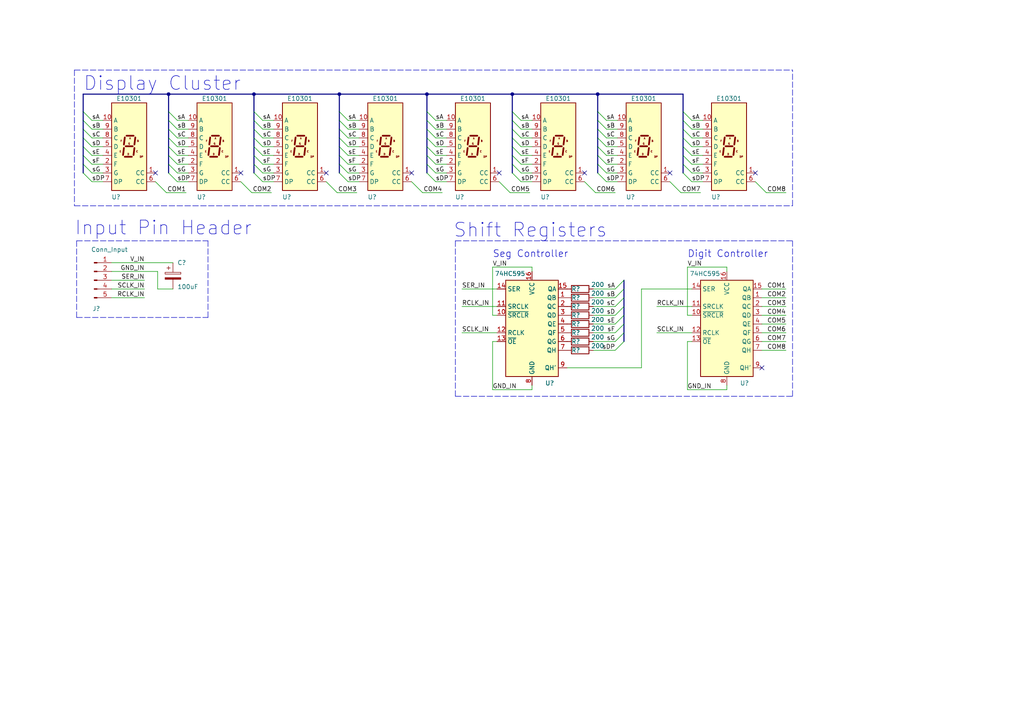
<source format=kicad_sch>
(kicad_sch (version 20211123) (generator eeschema)
  (paper "A4")
  (lib_symbols
    (symbol "74xx:74HC595"
      (property "Reference" "U" (at -7.62 13.97 0))
      (property "Value" "74HC595" (at -7.62 -16.51 0))
      (symbol "74HC595_1_0"
        (pin tri_state line (at 10.16 7.62 180) (length 2.54) (name "QB") (number "1"))
        (pin input line (at -10.16 2.54 0) (length 2.54) (name "~{SRCLR}") (number "10"))
        (pin input line (at -10.16 5.08 0) (length 2.54) (name "SRCLK") (number "11"))
        (pin input line (at -10.16 -2.54 0) (length 2.54) (name "RCLK") (number "12"))
        (pin input line (at -10.16 -5.08 0) (length 2.54) (name "~{OE}") (number "13"))
        (pin input line (at -10.16 10.16 0) (length 2.54) (name "SER") (number "14"))
        (pin tri_state line (at 10.16 10.16 180) (length 2.54) (name "QA") (number "15"))
        (pin power_in line (at 0 15.24 270) (length 2.54) (name "VCC") (number "16"))
        (pin tri_state line (at 10.16 5.08 180) (length 2.54) (name "QC") (number "2"))
        (pin tri_state line (at 10.16 2.54 180) (length 2.54) (name "QD") (number "3"))
        (pin tri_state line (at 10.16 0 180) (length 2.54) (name "QE") (number "4"))
        (pin tri_state line (at 10.16 -2.54 180) (length 2.54) (name "QF") (number "5"))
        (pin tri_state line (at 10.16 -5.08 180) (length 2.54) (name "QG") (number "6"))
        (pin tri_state line (at 10.16 -7.62 180) (length 2.54) (name "QH") (number "7"))
        (pin power_in line (at 0 -17.78 90) (length 2.54) (name "GND") (number "8"))
        (pin output line (at 10.16 -12.7 180) (length 2.54) (name "QH'") (number "9"))
      )
      (symbol "74HC595_1_1"
        (rectangle (start -7.62 12.7) (end 7.62 -15.24) (stroke (width 0.254)) (fill (type background)))
      )
    )
    (symbol "Connector:Conn_01x05_Male" (pin_names (offset 1.016) hide)
      (property "Reference" "J" (at 0 7.62 0))
      (property "Value" "Conn_01x05_Male" (at 0 -7.62 0))
      (symbol "Conn_01x05_Male_1_1"
        (polyline (pts (xy 1.27 -5.08) (xy 0.8636 -5.08)) (stroke (width 0.1524)))
        (polyline (pts (xy 1.27 -2.54) (xy 0.8636 -2.54)) (stroke (width 0.1524)))
        (polyline (pts (xy 1.27 0) (xy 0.8636 0)) (stroke (width 0.1524)))
        (polyline (pts (xy 1.27 2.54) (xy 0.8636 2.54)) (stroke (width 0.1524)))
        (polyline (pts (xy 1.27 5.08) (xy 0.8636 5.08)) (stroke (width 0.1524)))
        (rectangle (start 0.8636 -4.953) (end 0 -5.207) (stroke (width 0.1524)) (fill (type outline)))
        (rectangle (start 0.8636 -2.413) (end 0 -2.667) (stroke (width 0.1524)) (fill (type outline)))
        (rectangle (start 0.8636 0.127) (end 0 -0.127) (stroke (width 0.1524)) (fill (type outline)))
        (rectangle (start 0.8636 2.667) (end 0 2.413) (stroke (width 0.1524)) (fill (type outline)))
        (rectangle (start 0.8636 5.207) (end 0 4.953) (stroke (width 0.1524)) (fill (type outline)))
        (pin passive line (at 5.08 5.08 180) (length 3.81) (name "Pin_1") (number "1"))
        (pin passive line (at 5.08 2.54 180) (length 3.81) (name "Pin_2") (number "2"))
        (pin passive line (at 5.08 0 180) (length 3.81) (name "Pin_3") (number "3"))
        (pin passive line (at 5.08 -2.54 180) (length 3.81) (name "Pin_4") (number "4"))
        (pin passive line (at 5.08 -5.08 180) (length 3.81) (name "Pin_5") (number "5"))
      )
    )
    (symbol "Device:C_Polarized" (pin_numbers hide) (pin_names (offset 0.254))
      (property "Reference" "C" (at 0.635 2.54 0))
      (property "Value" "C_Polarized" (at 0.635 -2.54 0))
      (symbol "C_Polarized_0_1"
        (rectangle (start -2.286 0.508) (end 2.286 1.016))
        (polyline (pts (xy -1.778 2.286) (xy -0.762 2.286)))
        (polyline (pts (xy -1.27 2.794) (xy -1.27 1.778)))
        (rectangle (start 2.286 -0.508) (end -2.286 -1.016) (fill (type outline)))
      )
      (symbol "C_Polarized_1_1"
        (pin passive line (at 0 3.81 270) (length 2.794) (name "~") (number "1"))
        (pin passive line (at 0 -3.81 90) (length 2.794) (name "~") (number "2"))
      )
    )
    (symbol "Device:R" (pin_numbers hide) (pin_names (offset 0))
      (property "Reference" "R" (at 2.032 0 90))
      (property "Value" "R" (at 0 0 90))
      (symbol "R_0_1"
        (rectangle (start -1.016 -2.54) (end 1.016 2.54) (stroke (width 0.254)))
      )
      (symbol "R_1_1"
        (pin passive line (at 0 3.81 270) (length 1.27) (name "~") (number "1"))
        (pin passive line (at 0 -3.81 90) (length 1.27) (name "~") (number "2"))
      )
    )
    (symbol "Lib_Custom:E10301"
      (property "Reference" "U" (at -3.81 13.97 0))
      (property "Value" "E10301" (at 6.35 13.97 0))
      (symbol "E10301_1_0"
        (text "A" (at 0.254 2.413 0) (effects (font (size 0.508 0.508))))
        (text "B" (at 2.54 1.651 0) (effects (font (size 0.508 0.508))))
        (text "C" (at 2.286 -1.397 0) (effects (font (size 0.508 0.508))))
        (text "D" (at -0.254 -2.159 0) (effects (font (size 0.508 0.508))))
        (text "DP" (at 3.556 -2.921 0) (effects (font (size 0.508 0.508))))
        (text "E" (at -2.54 -1.397 0) (effects (font (size 0.508 0.508))))
        (text "F" (at -2.286 1.651 0) (effects (font (size 0.508 0.508))))
        (text "G" (at 0 0.889 0) (effects (font (size 0.508 0.508))))
      )
      (symbol "E10301_1_1"
        (rectangle (start -5.08 12.7) (end 5.08 -12.7) (stroke (width 0.254)) (fill (type background)))
        (polyline (pts (xy -1.524 -0.381) (xy -1.778 -2.413)) (stroke (width 0.508)))
        (polyline (pts (xy -1.27 -2.921) (xy 0.762 -2.921)) (stroke (width 0.508)))
        (polyline (pts (xy -1.27 2.667) (xy -1.524 0.635)) (stroke (width 0.508)))
        (polyline (pts (xy -1.016 0.127) (xy 1.016 0.127)) (stroke (width 0.508)))
        (polyline (pts (xy -0.762 3.175) (xy 1.27 3.175)) (stroke (width 0.508)))
        (polyline (pts (xy 1.524 -0.381) (xy 1.27 -2.413)) (stroke (width 0.508)))
        (polyline (pts (xy 1.778 2.667) (xy 1.524 0.635)) (stroke (width 0.508)))
        (polyline (pts (xy 2.54 -2.921) (xy 2.54 -2.921)) (stroke (width 0.508)))
        (pin input line (at 7.62 -7.62 180) (length 2.54) (name "CC") (number "1"))
        (pin input line (at -7.62 7.62 0) (length 2.54) (name "A") (number "10"))
        (pin input line (at -7.62 -5.08 0) (length 2.54) (name "F") (number "2"))
        (pin input line (at -7.62 -7.62 0) (length 2.54) (name "G") (number "3"))
        (pin input line (at -7.62 -2.54 0) (length 2.54) (name "E") (number "4"))
        (pin input line (at -7.62 0 0) (length 2.54) (name "D") (number "5"))
        (pin input line (at 7.62 -10.16 180) (length 2.54) (name "CC") (number "6"))
        (pin input line (at -7.62 -10.16 0) (length 2.54) (name "DP") (number "7"))
        (pin input line (at -7.62 2.54 0) (length 2.54) (name "C") (number "8"))
        (pin input line (at -7.62 5.08 0) (length 2.54) (name "B") (number "9"))
      )
    )
  )
  (junction (at 148.59 27.305))
  (junction (at 73.66 27.305))
  (junction (at 173.355 27.305))
  (junction (at 48.895 27.305))
  (junction (at 98.425 27.305))
  (junction (at 123.825 27.305))
  (no_connect (at 194.31 50.165))
  (no_connect (at 220.98 106.68))
  (no_connect (at 144.78 50.165))
  (no_connect (at 45.085 50.165))
  (no_connect (at 69.85 50.165))
  (no_connect (at 119.38 50.165))
  (no_connect (at 219.075 50.165))
  (no_connect (at 169.545 50.165))
  (no_connect (at 94.615 50.165))
  (bus_entry (at 100.965 50.165) (size -2.54 -2.54))
  (bus_entry (at 51.435 40.005) (size -2.54 -2.54))
  (bus_entry (at 175.895 45.085) (size -2.54 -2.54))
  (bus_entry (at 200.66 47.625) (size -2.54 -2.54))
  (bus_entry (at 126.365 42.545) (size -2.54 -2.54))
  (bus_entry (at 26.67 40.005) (size -2.54 -2.54))
  (bus_entry (at 175.895 50.165) (size -2.54 -2.54))
  (bus_entry (at 76.2 40.005) (size -2.54 -2.54))
  (bus_entry (at 175.895 42.545) (size -2.54 -2.54))
  (bus_entry (at 175.895 52.705) (size -2.54 -2.54))
  (bus_entry (at 178.435 88.9) (size 2.54 -2.54))
  (bus_entry (at 126.365 40.005) (size -2.54 -2.54))
  (bus_entry (at 26.67 52.705) (size -2.54 -2.54))
  (bus_entry (at 51.435 50.165) (size -2.54 -2.54))
  (bus_entry (at 200.66 40.005) (size -2.54 -2.54))
  (bus_entry (at 100.965 37.465) (size -2.54 -2.54))
  (bus_entry (at 51.435 42.545) (size -2.54 -2.54))
  (bus_entry (at 100.965 45.085) (size -2.54 -2.54))
  (bus_entry (at 100.965 40.005) (size -2.54 -2.54))
  (bus_entry (at 151.13 42.545) (size -2.54 -2.54))
  (bus_entry (at 26.67 47.625) (size -2.54 -2.54))
  (bus_entry (at 178.435 101.6) (size 2.54 -2.54))
  (bus_entry (at 178.435 86.36) (size 2.54 -2.54))
  (bus_entry (at 126.365 50.165) (size -2.54 -2.54))
  (bus_entry (at 76.2 50.165) (size -2.54 -2.54))
  (bus_entry (at 76.2 37.465) (size -2.54 -2.54))
  (bus_entry (at 151.13 52.705) (size -2.54 -2.54))
  (bus_entry (at 51.435 34.925) (size -2.54 -2.54))
  (bus_entry (at 175.895 34.925) (size -2.54 -2.54))
  (bus_entry (at 26.67 34.925) (size -2.54 -2.54))
  (bus_entry (at 126.365 34.925) (size -2.54 -2.54))
  (bus_entry (at 200.66 50.165) (size -2.54 -2.54))
  (bus_entry (at 151.13 47.625) (size -2.54 -2.54))
  (bus_entry (at 76.2 42.545) (size -2.54 -2.54))
  (bus_entry (at 175.895 47.625) (size -2.54 -2.54))
  (bus_entry (at 178.435 96.52) (size 2.54 -2.54))
  (bus_entry (at 51.435 37.465) (size -2.54 -2.54))
  (bus_entry (at 175.895 40.005) (size -2.54 -2.54))
  (bus_entry (at 151.13 40.005) (size -2.54 -2.54))
  (bus_entry (at 200.66 52.705) (size -2.54 -2.54))
  (bus_entry (at 126.365 45.085) (size -2.54 -2.54))
  (bus_entry (at 76.2 45.085) (size -2.54 -2.54))
  (bus_entry (at 76.2 34.925) (size -2.54 -2.54))
  (bus_entry (at 126.365 47.625) (size -2.54 -2.54))
  (bus_entry (at 26.67 42.545) (size -2.54 -2.54))
  (bus_entry (at 200.66 37.465) (size -2.54 -2.54))
  (bus_entry (at 200.66 34.925) (size -2.54 -2.54))
  (bus_entry (at 200.66 42.545) (size -2.54 -2.54))
  (bus_entry (at 100.965 47.625) (size -2.54 -2.54))
  (bus_entry (at 76.2 47.625) (size -2.54 -2.54))
  (bus_entry (at 151.13 34.925) (size -2.54 -2.54))
  (bus_entry (at 51.435 52.705) (size -2.54 -2.54))
  (bus_entry (at 26.67 37.465) (size -2.54 -2.54))
  (bus_entry (at 26.67 50.165) (size -2.54 -2.54))
  (bus_entry (at 100.965 34.925) (size -2.54 -2.54))
  (bus_entry (at 51.435 47.625) (size -2.54 -2.54))
  (bus_entry (at 178.435 99.06) (size 2.54 -2.54))
  (bus_entry (at 126.365 37.465) (size -2.54 -2.54))
  (bus_entry (at 151.13 50.165) (size -2.54 -2.54))
  (bus_entry (at 76.2 52.705) (size -2.54 -2.54))
  (bus_entry (at 151.13 37.465) (size -2.54 -2.54))
  (bus_entry (at 178.435 93.98) (size 2.54 -2.54))
  (bus_entry (at 178.435 91.44) (size 2.54 -2.54))
  (bus_entry (at 178.435 83.82) (size 2.54 -2.54))
  (bus_entry (at 26.67 45.085) (size -2.54 -2.54))
  (bus_entry (at 100.965 42.545) (size -2.54 -2.54))
  (bus_entry (at 100.965 52.705) (size -2.54 -2.54))
  (bus_entry (at 51.435 45.085) (size -2.54 -2.54))
  (bus_entry (at 126.365 52.705) (size -2.54 -2.54))
  (bus_entry (at 151.13 45.085) (size -2.54 -2.54))
  (bus_entry (at 200.66 45.085) (size -2.54 -2.54))
  (bus_entry (at 175.895 37.465) (size -2.54 -2.54))
  (wire (pts (xy 94.615 52.705) (xy 97.79 55.88)))
  (bus (pts (xy 148.59 47.625) (xy 148.59 50.165)))
  (bus (pts (xy 180.975 96.52) (xy 180.975 99.06)))
  (wire (pts (xy 129.54 37.465) (xy 126.365 37.465)))
  (bus (pts (xy 123.825 27.305) (xy 148.59 27.305)))
  (wire (pts (xy 179.07 47.625) (xy 175.895 47.625)))
  (bus (pts (xy 98.425 47.625) (xy 98.425 50.165)))
  (wire (pts (xy 104.14 34.925) (xy 100.965 34.925)))
  (wire (pts (xy 29.845 40.005) (xy 26.67 40.005)))
  (bus (pts (xy 73.66 34.925) (xy 73.66 37.465)))
  (wire (pts (xy 179.07 50.165) (xy 175.895 50.165)))
  (wire (pts (xy 133.985 83.82) (xy 144.145 83.82)))
  (bus (pts (xy 198.12 32.385) (xy 198.12 34.925)))
  (wire (pts (xy 29.845 42.545) (xy 26.67 42.545)))
  (wire (pts (xy 210.82 77.47) (xy 210.82 78.74)))
  (wire (pts (xy 154.305 77.47) (xy 154.305 78.74)))
  (polyline (pts (xy 21.59 20.32) (xy 21.59 59.69)))
  (bus (pts (xy 123.825 32.385) (xy 123.825 34.925)))
  (bus (pts (xy 48.895 34.925) (xy 48.895 37.465)))
  (wire (pts (xy 54.61 37.465) (xy 51.435 37.465)))
  (wire (pts (xy 144.78 52.705) (xy 147.955 55.88)))
  (wire (pts (xy 179.07 45.085) (xy 175.895 45.085)))
  (bus (pts (xy 73.66 27.305) (xy 73.66 32.385)))
  (wire (pts (xy 154.305 42.545) (xy 151.13 42.545)))
  (wire (pts (xy 29.845 37.465) (xy 26.67 37.465)))
  (wire (pts (xy 200.66 99.06) (xy 199.39 99.06)))
  (bus (pts (xy 98.425 37.465) (xy 98.425 40.005)))
  (wire (pts (xy 203.835 42.545) (xy 200.66 42.545)))
  (bus (pts (xy 73.66 40.005) (xy 73.66 42.545)))
  (wire (pts (xy 154.305 50.165) (xy 151.13 50.165)))
  (wire (pts (xy 54.61 40.005) (xy 51.435 40.005)))
  (bus (pts (xy 198.12 34.925) (xy 198.12 37.465)))
  (bus (pts (xy 180.975 83.82) (xy 180.975 86.36)))
  (wire (pts (xy 210.82 77.47) (xy 199.39 77.47)))
  (wire (pts (xy 104.14 45.085) (xy 100.965 45.085)))
  (wire (pts (xy 142.875 77.47) (xy 142.875 91.44)))
  (wire (pts (xy 203.835 47.625) (xy 200.66 47.625)))
  (wire (pts (xy 172.72 55.88) (xy 178.435 55.88)))
  (wire (pts (xy 172.085 93.98) (xy 178.435 93.98)))
  (wire (pts (xy 29.845 45.085) (xy 26.67 45.085)))
  (bus (pts (xy 123.825 42.545) (xy 123.825 45.085)))
  (wire (pts (xy 172.085 99.06) (xy 178.435 99.06)))
  (bus (pts (xy 98.425 27.305) (xy 123.825 27.305)))
  (bus (pts (xy 148.59 27.305) (xy 148.59 32.385)))
  (wire (pts (xy 142.875 91.44) (xy 144.145 91.44)))
  (bus (pts (xy 148.59 45.085) (xy 148.59 47.625)))
  (bus (pts (xy 148.59 37.465) (xy 148.59 40.005)))
  (wire (pts (xy 220.98 83.82) (xy 227.965 83.82)))
  (wire (pts (xy 104.14 47.625) (xy 100.965 47.625)))
  (wire (pts (xy 220.98 93.98) (xy 227.965 93.98)))
  (bus (pts (xy 48.895 37.465) (xy 48.895 40.005)))
  (wire (pts (xy 45.72 78.74) (xy 45.72 83.82)))
  (bus (pts (xy 173.355 32.385) (xy 173.355 34.925)))
  (bus (pts (xy 73.66 47.625) (xy 73.66 50.165)))
  (wire (pts (xy 199.39 113.03) (xy 210.82 113.03)))
  (wire (pts (xy 32.385 78.74) (xy 45.72 78.74)))
  (bus (pts (xy 73.66 37.465) (xy 73.66 40.005)))
  (wire (pts (xy 142.875 113.03) (xy 154.305 113.03)))
  (wire (pts (xy 79.375 37.465) (xy 76.2 37.465)))
  (wire (pts (xy 179.07 34.925) (xy 175.895 34.925)))
  (bus (pts (xy 173.355 42.545) (xy 173.355 45.085)))
  (wire (pts (xy 190.5 88.9) (xy 200.66 88.9)))
  (wire (pts (xy 129.54 42.545) (xy 126.365 42.545)))
  (wire (pts (xy 199.39 77.47) (xy 199.39 91.44)))
  (wire (pts (xy 154.305 34.925) (xy 151.13 34.925)))
  (bus (pts (xy 148.59 42.545) (xy 148.59 45.085)))
  (wire (pts (xy 203.835 45.085) (xy 200.66 45.085)))
  (bus (pts (xy 123.825 37.465) (xy 123.825 40.005)))
  (bus (pts (xy 48.895 45.085) (xy 48.895 47.625)))
  (wire (pts (xy 186.055 106.68) (xy 164.465 106.68)))
  (wire (pts (xy 172.085 91.44) (xy 178.435 91.44)))
  (wire (pts (xy 172.085 96.52) (xy 178.435 96.52)))
  (wire (pts (xy 142.875 99.06) (xy 142.875 113.03)))
  (bus (pts (xy 98.425 40.005) (xy 98.425 42.545)))
  (wire (pts (xy 154.305 45.085) (xy 151.13 45.085)))
  (bus (pts (xy 24.13 27.305) (xy 48.895 27.305)))
  (wire (pts (xy 194.31 52.705) (xy 197.485 55.88)))
  (bus (pts (xy 173.355 45.085) (xy 173.355 47.625)))
  (bus (pts (xy 148.59 32.385) (xy 148.59 34.925)))
  (bus (pts (xy 98.425 34.925) (xy 98.425 37.465)))
  (wire (pts (xy 29.845 52.705) (xy 26.67 52.705)))
  (wire (pts (xy 203.835 52.705) (xy 200.66 52.705)))
  (wire (pts (xy 29.845 47.625) (xy 26.67 47.625)))
  (wire (pts (xy 54.61 52.705) (xy 51.435 52.705)))
  (bus (pts (xy 24.13 27.305) (xy 24.13 32.385)))
  (wire (pts (xy 79.375 52.705) (xy 76.2 52.705)))
  (bus (pts (xy 73.66 32.385) (xy 73.66 34.925)))
  (wire (pts (xy 119.38 52.705) (xy 122.555 55.88)))
  (wire (pts (xy 220.98 88.9) (xy 227.965 88.9)))
  (wire (pts (xy 32.385 81.28) (xy 41.91 81.28)))
  (wire (pts (xy 169.545 52.705) (xy 172.72 55.88)))
  (polyline (pts (xy 21.59 59.69) (xy 229.87 59.69)))
  (bus (pts (xy 48.895 47.625) (xy 48.895 50.165)))
  (polyline (pts (xy 21.59 20.32) (xy 229.87 20.32)))
  (wire (pts (xy 199.39 99.06) (xy 199.39 113.03)))
  (wire (pts (xy 129.54 50.165) (xy 126.365 50.165)))
  (wire (pts (xy 220.98 99.06) (xy 227.965 99.06)))
  (wire (pts (xy 104.14 37.465) (xy 100.965 37.465)))
  (bus (pts (xy 98.425 27.305) (xy 98.425 32.385)))
  (polyline (pts (xy 22.225 92.075) (xy 60.325 92.075)))
  (polyline (pts (xy 229.87 59.69) (xy 229.87 20.32)))
  (wire (pts (xy 154.305 40.005) (xy 151.13 40.005)))
  (bus (pts (xy 24.13 34.925) (xy 24.13 37.465)))
  (wire (pts (xy 54.61 42.545) (xy 51.435 42.545)))
  (wire (pts (xy 79.375 50.165) (xy 76.2 50.165)))
  (wire (pts (xy 220.98 96.52) (xy 227.965 96.52)))
  (wire (pts (xy 79.375 42.545) (xy 76.2 42.545)))
  (wire (pts (xy 79.375 34.925) (xy 76.2 34.925)))
  (bus (pts (xy 48.895 27.305) (xy 73.66 27.305)))
  (wire (pts (xy 104.14 42.545) (xy 100.965 42.545)))
  (bus (pts (xy 173.355 37.465) (xy 173.355 40.005)))
  (wire (pts (xy 203.835 40.005) (xy 200.66 40.005)))
  (wire (pts (xy 54.61 45.085) (xy 51.435 45.085)))
  (polyline (pts (xy 132.08 69.85) (xy 229.87 69.85)))
  (wire (pts (xy 220.98 86.36) (xy 227.965 86.36)))
  (wire (pts (xy 144.145 99.06) (xy 142.875 99.06)))
  (wire (pts (xy 203.835 50.165) (xy 200.66 50.165)))
  (wire (pts (xy 154.305 113.03) (xy 154.305 111.76)))
  (bus (pts (xy 48.895 27.305) (xy 48.895 32.385)))
  (wire (pts (xy 104.14 50.165) (xy 100.965 50.165)))
  (wire (pts (xy 54.61 47.625) (xy 51.435 47.625)))
  (bus (pts (xy 148.59 34.925) (xy 148.59 37.465)))
  (wire (pts (xy 172.085 83.82) (xy 178.435 83.82)))
  (bus (pts (xy 173.355 40.005) (xy 173.355 42.545)))
  (bus (pts (xy 24.13 32.385) (xy 24.13 34.925)))
  (wire (pts (xy 154.305 47.625) (xy 151.13 47.625)))
  (wire (pts (xy 154.305 37.465) (xy 151.13 37.465)))
  (bus (pts (xy 173.355 47.625) (xy 173.355 50.165)))
  (bus (pts (xy 123.825 45.085) (xy 123.825 47.625)))
  (wire (pts (xy 200.66 83.82) (xy 186.055 83.82)))
  (wire (pts (xy 129.54 34.925) (xy 126.365 34.925)))
  (wire (pts (xy 54.61 50.165) (xy 51.435 50.165)))
  (polyline (pts (xy 132.08 69.85) (xy 132.08 114.935)))
  (bus (pts (xy 24.13 45.085) (xy 24.13 47.625)))
  (wire (pts (xy 129.54 52.705) (xy 126.365 52.705)))
  (wire (pts (xy 79.375 45.085) (xy 76.2 45.085)))
  (wire (pts (xy 79.375 47.625) (xy 76.2 47.625)))
  (wire (pts (xy 220.98 91.44) (xy 227.965 91.44)))
  (bus (pts (xy 73.66 42.545) (xy 73.66 45.085)))
  (wire (pts (xy 172.085 88.9) (xy 178.435 88.9)))
  (bus (pts (xy 24.13 37.465) (xy 24.13 40.005)))
  (bus (pts (xy 198.12 47.625) (xy 198.12 50.165)))
  (bus (pts (xy 198.12 27.305) (xy 198.12 32.385)))
  (bus (pts (xy 180.975 86.36) (xy 180.975 88.9)))
  (bus (pts (xy 123.825 47.625) (xy 123.825 50.165)))
  (wire (pts (xy 69.85 52.705) (xy 73.025 55.88)))
  (wire (pts (xy 97.79 55.88) (xy 103.505 55.88)))
  (wire (pts (xy 186.055 83.82) (xy 186.055 106.68)))
  (wire (pts (xy 133.985 88.9) (xy 144.145 88.9)))
  (wire (pts (xy 104.14 52.705) (xy 100.965 52.705)))
  (bus (pts (xy 24.13 42.545) (xy 24.13 45.085)))
  (bus (pts (xy 180.975 91.44) (xy 180.975 93.98)))
  (bus (pts (xy 24.13 40.005) (xy 24.13 42.545)))
  (wire (pts (xy 45.085 52.705) (xy 48.26 55.88)))
  (bus (pts (xy 123.825 34.925) (xy 123.825 37.465)))
  (wire (pts (xy 179.07 52.705) (xy 175.895 52.705)))
  (wire (pts (xy 172.085 101.6) (xy 178.435 101.6)))
  (polyline (pts (xy 60.325 92.075) (xy 60.325 69.85)))
  (wire (pts (xy 197.485 55.88) (xy 203.2 55.88)))
  (wire (pts (xy 104.14 40.005) (xy 100.965 40.005)))
  (wire (pts (xy 190.5 96.52) (xy 200.66 96.52)))
  (wire (pts (xy 147.955 55.88) (xy 153.67 55.88)))
  (polyline (pts (xy 22.225 69.85) (xy 60.325 69.85)))
  (bus (pts (xy 73.66 45.085) (xy 73.66 47.625)))
  (polyline (pts (xy 132.08 114.935) (xy 229.87 114.935)))
  (bus (pts (xy 173.355 34.925) (xy 173.355 37.465)))
  (bus (pts (xy 48.895 42.545) (xy 48.895 45.085)))
  (wire (pts (xy 133.985 96.52) (xy 144.145 96.52)))
  (wire (pts (xy 179.07 42.545) (xy 175.895 42.545)))
  (wire (pts (xy 154.305 77.47) (xy 142.875 77.47)))
  (bus (pts (xy 24.13 47.625) (xy 24.13 50.165)))
  (bus (pts (xy 148.59 27.305) (xy 173.355 27.305)))
  (bus (pts (xy 180.975 93.98) (xy 180.975 96.52)))
  (wire (pts (xy 32.385 83.82) (xy 41.91 83.82)))
  (bus (pts (xy 98.425 32.385) (xy 98.425 34.925)))
  (bus (pts (xy 198.12 45.085) (xy 198.12 47.625)))
  (bus (pts (xy 180.975 81.28) (xy 180.975 83.82)))
  (bus (pts (xy 73.66 27.305) (xy 98.425 27.305)))
  (wire (pts (xy 222.25 55.88) (xy 227.965 55.88)))
  (bus (pts (xy 48.895 32.385) (xy 48.895 34.925)))
  (bus (pts (xy 148.59 40.005) (xy 148.59 42.545)))
  (bus (pts (xy 198.12 40.005) (xy 198.12 42.545)))
  (polyline (pts (xy 229.87 114.935) (xy 229.87 69.85)))
  (bus (pts (xy 173.355 27.305) (xy 173.355 32.385)))
  (wire (pts (xy 129.54 45.085) (xy 126.365 45.085)))
  (wire (pts (xy 122.555 55.88) (xy 128.27 55.88)))
  (wire (pts (xy 199.39 91.44) (xy 200.66 91.44)))
  (wire (pts (xy 73.025 55.88) (xy 78.74 55.88)))
  (wire (pts (xy 129.54 47.625) (xy 126.365 47.625)))
  (wire (pts (xy 45.72 83.82) (xy 50.165 83.82)))
  (bus (pts (xy 123.825 40.005) (xy 123.825 42.545)))
  (wire (pts (xy 210.82 113.03) (xy 210.82 111.76)))
  (wire (pts (xy 203.835 37.465) (xy 200.66 37.465)))
  (wire (pts (xy 54.61 34.925) (xy 51.435 34.925)))
  (bus (pts (xy 98.425 42.545) (xy 98.425 45.085)))
  (wire (pts (xy 32.385 86.36) (xy 41.91 86.36)))
  (wire (pts (xy 129.54 40.005) (xy 126.365 40.005)))
  (wire (pts (xy 220.98 101.6) (xy 227.965 101.6)))
  (wire (pts (xy 32.385 76.2) (xy 50.165 76.2)))
  (wire (pts (xy 48.26 55.88) (xy 53.975 55.88)))
  (bus (pts (xy 48.895 40.005) (xy 48.895 42.545)))
  (wire (pts (xy 29.845 34.925) (xy 26.67 34.925)))
  (wire (pts (xy 179.07 40.005) (xy 175.895 40.005)))
  (bus (pts (xy 198.12 37.465) (xy 198.12 40.005)))
  (bus (pts (xy 198.12 42.545) (xy 198.12 45.085)))
  (wire (pts (xy 203.835 34.925) (xy 200.66 34.925)))
  (wire (pts (xy 79.375 40.005) (xy 76.2 40.005)))
  (bus (pts (xy 123.825 27.305) (xy 123.825 32.385)))
  (bus (pts (xy 180.975 88.9) (xy 180.975 91.44)))
  (wire (pts (xy 172.085 86.36) (xy 178.435 86.36)))
  (wire (pts (xy 219.075 52.705) (xy 222.25 55.88)))
  (bus (pts (xy 173.355 27.305) (xy 198.12 27.305)))
  (wire (pts (xy 179.07 37.465) (xy 175.895 37.465)))
  (bus (pts (xy 98.425 45.085) (xy 98.425 47.625)))
  (polyline (pts (xy 22.225 69.85) (xy 22.225 92.075)))
  (wire (pts (xy 154.305 52.705) (xy 151.13 52.705)))
  (wire (pts (xy 29.845 50.165) (xy 26.67 50.165)))
  (text "Digit Controller" (at 199.39 74.93 0) (effects (font (size 2 2)) (justify left bottom)))
  (text "Shift Registers" (at 131.445 69.215 0) (effects (font (size 4 4)) (justify left bottom)))
  (text "Display Cluster" (at 24.13 26.67 0) (effects (font (size 4 4)) (justify left bottom)))
  (text "Seg Controller" (at 142.875 74.93 0) (effects (font (size 2 2)) (justify left bottom)))
  (text "Input Pin Header" (at 21.59 68.58 0) (effects (font (size 4 4)) (justify left bottom)))
  (label "COM8" (at 227.965 101.6 180))
  (label "sB" (at 126.365 37.465 0))
  (label "COM1" (at 227.965 83.82 180))
  (label "sF" (at 200.66 47.625 0))
  (label "sE" (at 126.365 45.085 0))
  (label "sF" (at 175.895 47.625 0))
  (label "sA" (at 178.435 83.82 180))
  (label "sC" (at 178.435 88.9 180))
  (label "sB" (at 200.66 37.465 0))
  (label "sG" (at 126.365 50.165 0))
  (label "sDP" (at 51.435 52.705 0))
  (label "sB" (at 51.435 37.465 0))
  (label "sG" (at 175.895 50.165 0))
  (label "sA" (at 175.895 34.925 0))
  (label "sF" (at 51.435 47.625 0))
  (label "sA" (at 151.13 34.925 0))
  (label "sC" (at 51.435 40.005 0))
  (label "sDP" (at 126.365 52.705 0))
  (label "sC" (at 151.13 40.005 0))
  (label "sA" (at 126.365 34.925 0))
  (label "sE" (at 178.435 93.98 180))
  (label "COM7" (at 203.2 55.88 180))
  (label "SCLK_IN" (at 133.985 96.52 0))
  (label "sG" (at 151.13 50.165 0))
  (label "SCLK_IN" (at 190.5 96.52 0))
  (label "sF" (at 26.67 47.625 0))
  (label "sD" (at 100.965 42.545 0))
  (label "COM6" (at 227.965 96.52 180))
  (label "sDP" (at 178.435 101.6 180))
  (label "sE" (at 100.965 45.085 0))
  (label "sG" (at 178.435 99.06 180))
  (label "GND_IN" (at 142.875 113.03 0))
  (label "sB" (at 175.895 37.465 0))
  (label "GND_IN" (at 199.39 113.03 0))
  (label "sB" (at 151.13 37.465 0))
  (label "sE" (at 26.67 45.085 0))
  (label "COM3" (at 227.965 88.9 180))
  (label "COM1" (at 53.975 55.88 180))
  (label "RCLK_IN" (at 133.985 88.9 0))
  (label "sC" (at 200.66 40.005 0))
  (label "sG" (at 76.2 50.165 0))
  (label "sDP" (at 200.66 52.705 0))
  (label "COM8" (at 227.965 55.88 180))
  (label "sE" (at 200.66 45.085 0))
  (label "sA" (at 200.66 34.925 0))
  (label "sA" (at 51.435 34.925 0))
  (label "COM6" (at 178.435 55.88 180))
  (label "V_IN" (at 199.39 77.47 0))
  (label "sB" (at 26.67 37.465 0))
  (label "SER_IN" (at 133.985 83.82 0))
  (label "sG" (at 26.67 50.165 0))
  (label "sE" (at 175.895 45.085 0))
  (label "sE" (at 76.2 45.085 0))
  (label "COM2" (at 227.965 86.36 180))
  (label "sD" (at 26.67 42.545 0))
  (label "RCLK_IN" (at 41.91 86.36 180))
  (label "V_IN" (at 41.91 76.2 180))
  (label "sF" (at 100.965 47.625 0))
  (label "SER_IN" (at 41.91 81.28 180))
  (label "sD" (at 126.365 42.545 0))
  (label "COM2" (at 78.74 55.88 180))
  (label "COM7" (at 227.965 99.06 180))
  (label "sA" (at 100.965 34.925 0))
  (label "sD" (at 51.435 42.545 0))
  (label "sD" (at 151.13 42.545 0))
  (label "COM3" (at 103.505 55.88 180))
  (label "sDP" (at 76.2 52.705 0))
  (label "sB" (at 178.435 86.36 180))
  (label "sD" (at 178.435 91.44 180))
  (label "sF" (at 178.435 96.52 180))
  (label "GND_IN" (at 41.91 78.74 180))
  (label "sE" (at 51.435 45.085 0))
  (label "sC" (at 100.965 40.005 0))
  (label "COM5" (at 227.965 93.98 180))
  (label "V_IN" (at 142.875 77.47 0))
  (label "sA" (at 76.2 34.925 0))
  (label "sDP" (at 175.895 52.705 0))
  (label "sB" (at 76.2 37.465 0))
  (label "sDP" (at 151.13 52.705 0))
  (label "sDP" (at 100.965 52.705 0))
  (label "sG" (at 200.66 50.165 0))
  (label "RCLK_IN" (at 190.5 88.9 0))
  (label "sD" (at 200.66 42.545 0))
  (label "sB" (at 100.965 37.465 0))
  (label "COM4" (at 227.965 91.44 180))
  (label "sF" (at 126.365 47.625 0))
  (label "COM4" (at 128.27 55.88 180))
  (label "sC" (at 175.895 40.005 0))
  (label "sF" (at 151.13 47.625 0))
  (label "sC" (at 76.2 40.005 0))
  (label "sF" (at 76.2 47.625 0))
  (label "sG" (at 51.435 50.165 0))
  (label "sC" (at 126.365 40.005 0))
  (label "sC" (at 26.67 40.005 0))
  (label "sDP" (at 26.67 52.705 0))
  (label "sD" (at 76.2 42.545 0))
  (label "sG" (at 100.965 50.165 0))
  (label "SCLK_IN" (at 41.91 83.82 180))
  (label "sA" (at 26.67 34.925 0))
  (label "sD" (at 175.895 42.545 0))
  (label "sE" (at 151.13 45.085 0))
  (label "COM5" (at 153.67 55.88 180))
  (symbol (lib_id "Lib_Custom:E10301") (at 111.76 42.545 0) (unit 1)
    (property "Reference" "U?" (at 107.95 57.15 0))
    (property "Value" "E10301" (at 111.76 28.575 0))
    (property "Footprint" "Lib_Custom:E10301" (effects hide))
  )
  (symbol (lib_id "Lib_Custom:E10301") (at 86.995 42.545 0) (unit 1)
    (property "Reference" "U?" (at 83.185 57.15 0))
    (property "Value" "E10301" (at 86.995 28.575 0))
    (property "Footprint" "Lib_Custom:E10301" (effects hide))
  )
  (symbol (lib_id "Lib_Custom:E10301") (at 62.23 42.545 0) (unit 1)
    (property "Reference" "U?" (at 58.42 57.15 0))
    (property "Value" "E10301" (at 62.23 28.575 0))
    (property "Footprint" "Lib_Custom:E10301" (effects hide))
  )
  (symbol (lib_id "Device:R") (at 168.275 101.6 90) (unit 1)
    (property "Reference" "R?" (at 167.005 101.6 90))
    (property "Value" "200" (at 173.355 100.33 90))
    (property "Footprint" "Resistor_SMD:R_1206_3216Metric_Pad1.30x1.75mm_HandSolder" (effects hide))
  )
  (symbol (lib_id "Device:R") (at 168.275 86.36 90) (unit 1)
    (property "Reference" "R?" (at 167.005 86.36 90))
    (property "Value" "200" (at 173.355 85.09 90))
    (property "Footprint" "Resistor_SMD:R_1206_3216Metric_Pad1.30x1.75mm_HandSolder" (effects hide))
  )
  (symbol (lib_id "Device:R") (at 168.275 83.82 90) (unit 1)
    (property "Reference" "R?" (at 167.005 83.82 90))
    (property "Value" "200" (at 173.355 82.55 90))
    (property "Footprint" "Resistor_SMD:R_1206_3216Metric_Pad1.30x1.75mm_HandSolder" (effects hide))
  )
  (symbol (lib_id "Device:R") (at 168.275 91.44 90) (unit 1)
    (property "Reference" "R?" (at 167.005 91.44 90))
    (property "Value" "200" (at 173.355 90.17 90))
    (property "Footprint" "Resistor_SMD:R_1206_3216Metric_Pad1.30x1.75mm_HandSolder" (effects hide))
  )
  (symbol (lib_id "Device:R") (at 168.275 88.9 90) (unit 1)
    (property "Reference" "R?" (at 167.005 88.9 90))
    (property "Value" "200" (at 173.355 87.63 90))
    (property "Footprint" "Resistor_SMD:R_1206_3216Metric_Pad1.30x1.75mm_HandSolder" (effects hide))
  )
  (symbol (lib_id "Device:R") (at 168.275 99.06 90) (unit 1)
    (property "Reference" "R?" (at 167.005 99.06 90))
    (property "Value" "200" (at 173.355 97.79 90))
    (property "Footprint" "Resistor_SMD:R_1206_3216Metric_Pad1.30x1.75mm_HandSolder" (effects hide))
  )
  (symbol (lib_id "74xx:74HC595") (at 154.305 93.98 0) (unit 1)
    (property "Reference" "U?" (at 158.115 111.125 0) (effects (justify left)))
    (property "Value" "74HC595" (at 143.51 79.375 0) (effects (justify left)))
    (property "Footprint" "Package_SO:SOIC-16_3.9x9.9mm_P1.27mm" (effects hide))
    (property "Datasheet" "http://www.ti.com/lit/ds/symlink/sn74hc595.pdf" (effects hide))
  )
  (symbol (lib_id "Connector:Conn_01x05_Male") (at 27.305 81.28 0) (unit 1)
    (property "Reference" "J?" (at 27.94 89.535 0))
    (property "Value" "Conn_Input" (at 31.75 72.39 0))
    (property "Footprint" "Connector_PinHeader_2.54mm:PinHeader_1x05_P2.54mm_Vertical" (effects hide))
  )
  (symbol (lib_id "Device:C_Polarized") (at 50.165 80.01 0) (unit 1)
    (property "Reference" "C?" (at 51.435 76.2 0) (effects (justify left)))
    (property "Value" "100uF" (at 51.435 83.185 0) (effects (justify left)))
    (property "Footprint" "Capacitor_THT:C_Radial_D6.3mm_H5.0mm_P2.50mm" (effects hide))
  )
  (symbol (lib_id "Lib_Custom:E10301") (at 161.925 42.545 0) (unit 1)
    (property "Reference" "U?" (at 158.115 57.15 0))
    (property "Value" "E10301" (at 161.925 28.575 0))
    (property "Footprint" "Lib_Custom:E10301" (effects hide))
  )
  (symbol (lib_id "Lib_Custom:E10301") (at 211.455 42.545 0) (unit 1)
    (property "Reference" "U?" (at 207.645 57.15 0))
    (property "Value" "E10301" (at 211.455 28.575 0))
    (property "Footprint" "Lib_Custom:E10301" (effects hide))
  )
  (symbol (lib_id "Lib_Custom:E10301") (at 37.465 42.545 0) (unit 1)
    (property "Reference" "U?" (at 33.655 57.15 0))
    (property "Value" "E10301" (at 37.465 28.575 0))
    (property "Footprint" "Lib_Custom:E10301" (effects hide))
  )
  (symbol (lib_id "74xx:74HC595") (at 210.82 93.98 0) (unit 1)
    (property "Reference" "U?" (at 214.63 111.125 0) (effects (justify left)))
    (property "Value" "74HC595" (at 200.025 79.375 0) (effects (justify left)))
    (property "Footprint" "Package_SO:SOIC-16_3.9x9.9mm_P1.27mm" (effects hide))
    (property "Datasheet" "http://www.ti.com/lit/ds/symlink/sn74hc595.pdf" (effects hide))
  )
  (symbol (lib_id "Lib_Custom:E10301") (at 186.69 42.545 0) (unit 1)
    (property "Reference" "U?" (at 182.88 57.15 0))
    (property "Value" "E10301" (at 186.69 28.575 0))
    (property "Footprint" "Lib_Custom:E10301" (effects hide))
  )
  (symbol (lib_id "Lib_Custom:E10301") (at 137.16 42.545 0) (unit 1)
    (property "Reference" "U?" (at 133.35 57.15 0))
    (property "Value" "E10301" (at 137.16 28.575 0))
    (property "Footprint" "Lib_Custom:E10301" (effects hide))
  )
  (symbol (lib_id "Device:R") (at 168.275 93.98 90) (unit 1)
    (property "Reference" "R?" (at 167.005 93.98 90))
    (property "Value" "200" (at 173.355 92.71 90))
    (property "Footprint" "Resistor_SMD:R_1206_3216Metric_Pad1.30x1.75mm_HandSolder" (effects hide))
  )
  (symbol (lib_id "Device:R") (at 168.275 96.52 90) (unit 1)
    (property "Reference" "R?" (at 167.005 96.52 90))
    (property "Value" "200" (at 173.355 95.25 90))
    (property "Footprint" "Resistor_SMD:R_1206_3216Metric_Pad1.30x1.75mm_HandSolder" (effects hide))
  )
)
</source>
